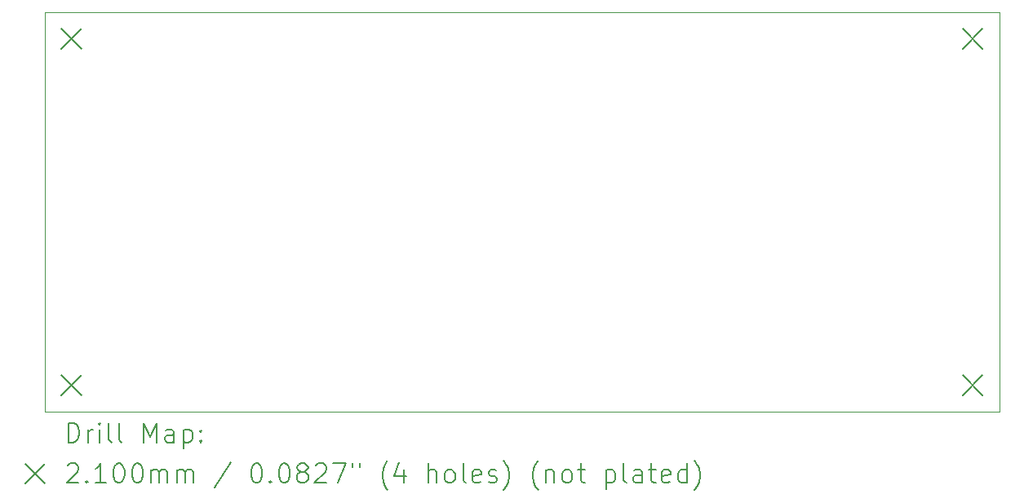
<source format=gbr>
%TF.GenerationSoftware,KiCad,Pcbnew,7.0.2-0*%
%TF.CreationDate,2024-03-04T00:44:29-08:00*%
%TF.ProjectId,EE156_4_Layer,45453135-365f-4345-9f4c-617965722e6b,rev?*%
%TF.SameCoordinates,Original*%
%TF.FileFunction,Drillmap*%
%TF.FilePolarity,Positive*%
%FSLAX45Y45*%
G04 Gerber Fmt 4.5, Leading zero omitted, Abs format (unit mm)*
G04 Created by KiCad (PCBNEW 7.0.2-0) date 2024-03-04 00:44:29*
%MOMM*%
%LPD*%
G01*
G04 APERTURE LIST*
%ADD10C,0.100000*%
%ADD11C,0.200000*%
%ADD12C,0.210000*%
G04 APERTURE END LIST*
D10*
X15500000Y-8700000D02*
X25400000Y-8700000D01*
X25400000Y-12850000D01*
X15500000Y-12850000D01*
X15500000Y-8700000D01*
D11*
D12*
X15670000Y-8870000D02*
X15880000Y-9080000D01*
X15880000Y-8870000D02*
X15670000Y-9080000D01*
X15670000Y-12470000D02*
X15880000Y-12680000D01*
X15880000Y-12470000D02*
X15670000Y-12680000D01*
X25020000Y-8870000D02*
X25230000Y-9080000D01*
X25230000Y-8870000D02*
X25020000Y-9080000D01*
X25020000Y-12470000D02*
X25230000Y-12680000D01*
X25230000Y-12470000D02*
X25020000Y-12680000D01*
D11*
X15742619Y-13167524D02*
X15742619Y-12967524D01*
X15742619Y-12967524D02*
X15790238Y-12967524D01*
X15790238Y-12967524D02*
X15818809Y-12977048D01*
X15818809Y-12977048D02*
X15837857Y-12996095D01*
X15837857Y-12996095D02*
X15847381Y-13015143D01*
X15847381Y-13015143D02*
X15856905Y-13053238D01*
X15856905Y-13053238D02*
X15856905Y-13081809D01*
X15856905Y-13081809D02*
X15847381Y-13119905D01*
X15847381Y-13119905D02*
X15837857Y-13138952D01*
X15837857Y-13138952D02*
X15818809Y-13158000D01*
X15818809Y-13158000D02*
X15790238Y-13167524D01*
X15790238Y-13167524D02*
X15742619Y-13167524D01*
X15942619Y-13167524D02*
X15942619Y-13034190D01*
X15942619Y-13072286D02*
X15952143Y-13053238D01*
X15952143Y-13053238D02*
X15961667Y-13043714D01*
X15961667Y-13043714D02*
X15980714Y-13034190D01*
X15980714Y-13034190D02*
X15999762Y-13034190D01*
X16066428Y-13167524D02*
X16066428Y-13034190D01*
X16066428Y-12967524D02*
X16056905Y-12977048D01*
X16056905Y-12977048D02*
X16066428Y-12986571D01*
X16066428Y-12986571D02*
X16075952Y-12977048D01*
X16075952Y-12977048D02*
X16066428Y-12967524D01*
X16066428Y-12967524D02*
X16066428Y-12986571D01*
X16190238Y-13167524D02*
X16171190Y-13158000D01*
X16171190Y-13158000D02*
X16161667Y-13138952D01*
X16161667Y-13138952D02*
X16161667Y-12967524D01*
X16295000Y-13167524D02*
X16275952Y-13158000D01*
X16275952Y-13158000D02*
X16266428Y-13138952D01*
X16266428Y-13138952D02*
X16266428Y-12967524D01*
X16523571Y-13167524D02*
X16523571Y-12967524D01*
X16523571Y-12967524D02*
X16590238Y-13110381D01*
X16590238Y-13110381D02*
X16656905Y-12967524D01*
X16656905Y-12967524D02*
X16656905Y-13167524D01*
X16837857Y-13167524D02*
X16837857Y-13062762D01*
X16837857Y-13062762D02*
X16828333Y-13043714D01*
X16828333Y-13043714D02*
X16809286Y-13034190D01*
X16809286Y-13034190D02*
X16771190Y-13034190D01*
X16771190Y-13034190D02*
X16752143Y-13043714D01*
X16837857Y-13158000D02*
X16818810Y-13167524D01*
X16818810Y-13167524D02*
X16771190Y-13167524D01*
X16771190Y-13167524D02*
X16752143Y-13158000D01*
X16752143Y-13158000D02*
X16742619Y-13138952D01*
X16742619Y-13138952D02*
X16742619Y-13119905D01*
X16742619Y-13119905D02*
X16752143Y-13100857D01*
X16752143Y-13100857D02*
X16771190Y-13091333D01*
X16771190Y-13091333D02*
X16818810Y-13091333D01*
X16818810Y-13091333D02*
X16837857Y-13081809D01*
X16933095Y-13034190D02*
X16933095Y-13234190D01*
X16933095Y-13043714D02*
X16952143Y-13034190D01*
X16952143Y-13034190D02*
X16990238Y-13034190D01*
X16990238Y-13034190D02*
X17009286Y-13043714D01*
X17009286Y-13043714D02*
X17018810Y-13053238D01*
X17018810Y-13053238D02*
X17028333Y-13072286D01*
X17028333Y-13072286D02*
X17028333Y-13129428D01*
X17028333Y-13129428D02*
X17018810Y-13148476D01*
X17018810Y-13148476D02*
X17009286Y-13158000D01*
X17009286Y-13158000D02*
X16990238Y-13167524D01*
X16990238Y-13167524D02*
X16952143Y-13167524D01*
X16952143Y-13167524D02*
X16933095Y-13158000D01*
X17114048Y-13148476D02*
X17123571Y-13158000D01*
X17123571Y-13158000D02*
X17114048Y-13167524D01*
X17114048Y-13167524D02*
X17104524Y-13158000D01*
X17104524Y-13158000D02*
X17114048Y-13148476D01*
X17114048Y-13148476D02*
X17114048Y-13167524D01*
X17114048Y-13043714D02*
X17123571Y-13053238D01*
X17123571Y-13053238D02*
X17114048Y-13062762D01*
X17114048Y-13062762D02*
X17104524Y-13053238D01*
X17104524Y-13053238D02*
X17114048Y-13043714D01*
X17114048Y-13043714D02*
X17114048Y-13062762D01*
X15295000Y-13395000D02*
X15495000Y-13595000D01*
X15495000Y-13395000D02*
X15295000Y-13595000D01*
X15733095Y-13406571D02*
X15742619Y-13397048D01*
X15742619Y-13397048D02*
X15761667Y-13387524D01*
X15761667Y-13387524D02*
X15809286Y-13387524D01*
X15809286Y-13387524D02*
X15828333Y-13397048D01*
X15828333Y-13397048D02*
X15837857Y-13406571D01*
X15837857Y-13406571D02*
X15847381Y-13425619D01*
X15847381Y-13425619D02*
X15847381Y-13444667D01*
X15847381Y-13444667D02*
X15837857Y-13473238D01*
X15837857Y-13473238D02*
X15723571Y-13587524D01*
X15723571Y-13587524D02*
X15847381Y-13587524D01*
X15933095Y-13568476D02*
X15942619Y-13578000D01*
X15942619Y-13578000D02*
X15933095Y-13587524D01*
X15933095Y-13587524D02*
X15923571Y-13578000D01*
X15923571Y-13578000D02*
X15933095Y-13568476D01*
X15933095Y-13568476D02*
X15933095Y-13587524D01*
X16133095Y-13587524D02*
X16018809Y-13587524D01*
X16075952Y-13587524D02*
X16075952Y-13387524D01*
X16075952Y-13387524D02*
X16056905Y-13416095D01*
X16056905Y-13416095D02*
X16037857Y-13435143D01*
X16037857Y-13435143D02*
X16018809Y-13444667D01*
X16256905Y-13387524D02*
X16275952Y-13387524D01*
X16275952Y-13387524D02*
X16295000Y-13397048D01*
X16295000Y-13397048D02*
X16304524Y-13406571D01*
X16304524Y-13406571D02*
X16314048Y-13425619D01*
X16314048Y-13425619D02*
X16323571Y-13463714D01*
X16323571Y-13463714D02*
X16323571Y-13511333D01*
X16323571Y-13511333D02*
X16314048Y-13549428D01*
X16314048Y-13549428D02*
X16304524Y-13568476D01*
X16304524Y-13568476D02*
X16295000Y-13578000D01*
X16295000Y-13578000D02*
X16275952Y-13587524D01*
X16275952Y-13587524D02*
X16256905Y-13587524D01*
X16256905Y-13587524D02*
X16237857Y-13578000D01*
X16237857Y-13578000D02*
X16228333Y-13568476D01*
X16228333Y-13568476D02*
X16218809Y-13549428D01*
X16218809Y-13549428D02*
X16209286Y-13511333D01*
X16209286Y-13511333D02*
X16209286Y-13463714D01*
X16209286Y-13463714D02*
X16218809Y-13425619D01*
X16218809Y-13425619D02*
X16228333Y-13406571D01*
X16228333Y-13406571D02*
X16237857Y-13397048D01*
X16237857Y-13397048D02*
X16256905Y-13387524D01*
X16447381Y-13387524D02*
X16466429Y-13387524D01*
X16466429Y-13387524D02*
X16485476Y-13397048D01*
X16485476Y-13397048D02*
X16495000Y-13406571D01*
X16495000Y-13406571D02*
X16504524Y-13425619D01*
X16504524Y-13425619D02*
X16514048Y-13463714D01*
X16514048Y-13463714D02*
X16514048Y-13511333D01*
X16514048Y-13511333D02*
X16504524Y-13549428D01*
X16504524Y-13549428D02*
X16495000Y-13568476D01*
X16495000Y-13568476D02*
X16485476Y-13578000D01*
X16485476Y-13578000D02*
X16466429Y-13587524D01*
X16466429Y-13587524D02*
X16447381Y-13587524D01*
X16447381Y-13587524D02*
X16428333Y-13578000D01*
X16428333Y-13578000D02*
X16418809Y-13568476D01*
X16418809Y-13568476D02*
X16409286Y-13549428D01*
X16409286Y-13549428D02*
X16399762Y-13511333D01*
X16399762Y-13511333D02*
X16399762Y-13463714D01*
X16399762Y-13463714D02*
X16409286Y-13425619D01*
X16409286Y-13425619D02*
X16418809Y-13406571D01*
X16418809Y-13406571D02*
X16428333Y-13397048D01*
X16428333Y-13397048D02*
X16447381Y-13387524D01*
X16599762Y-13587524D02*
X16599762Y-13454190D01*
X16599762Y-13473238D02*
X16609286Y-13463714D01*
X16609286Y-13463714D02*
X16628333Y-13454190D01*
X16628333Y-13454190D02*
X16656905Y-13454190D01*
X16656905Y-13454190D02*
X16675952Y-13463714D01*
X16675952Y-13463714D02*
X16685476Y-13482762D01*
X16685476Y-13482762D02*
X16685476Y-13587524D01*
X16685476Y-13482762D02*
X16695000Y-13463714D01*
X16695000Y-13463714D02*
X16714048Y-13454190D01*
X16714048Y-13454190D02*
X16742619Y-13454190D01*
X16742619Y-13454190D02*
X16761667Y-13463714D01*
X16761667Y-13463714D02*
X16771190Y-13482762D01*
X16771190Y-13482762D02*
X16771190Y-13587524D01*
X16866429Y-13587524D02*
X16866429Y-13454190D01*
X16866429Y-13473238D02*
X16875952Y-13463714D01*
X16875952Y-13463714D02*
X16895000Y-13454190D01*
X16895000Y-13454190D02*
X16923572Y-13454190D01*
X16923572Y-13454190D02*
X16942619Y-13463714D01*
X16942619Y-13463714D02*
X16952143Y-13482762D01*
X16952143Y-13482762D02*
X16952143Y-13587524D01*
X16952143Y-13482762D02*
X16961667Y-13463714D01*
X16961667Y-13463714D02*
X16980714Y-13454190D01*
X16980714Y-13454190D02*
X17009286Y-13454190D01*
X17009286Y-13454190D02*
X17028333Y-13463714D01*
X17028333Y-13463714D02*
X17037857Y-13482762D01*
X17037857Y-13482762D02*
X17037857Y-13587524D01*
X17428333Y-13378000D02*
X17256905Y-13635143D01*
X17685476Y-13387524D02*
X17704524Y-13387524D01*
X17704524Y-13387524D02*
X17723572Y-13397048D01*
X17723572Y-13397048D02*
X17733095Y-13406571D01*
X17733095Y-13406571D02*
X17742619Y-13425619D01*
X17742619Y-13425619D02*
X17752143Y-13463714D01*
X17752143Y-13463714D02*
X17752143Y-13511333D01*
X17752143Y-13511333D02*
X17742619Y-13549428D01*
X17742619Y-13549428D02*
X17733095Y-13568476D01*
X17733095Y-13568476D02*
X17723572Y-13578000D01*
X17723572Y-13578000D02*
X17704524Y-13587524D01*
X17704524Y-13587524D02*
X17685476Y-13587524D01*
X17685476Y-13587524D02*
X17666429Y-13578000D01*
X17666429Y-13578000D02*
X17656905Y-13568476D01*
X17656905Y-13568476D02*
X17647381Y-13549428D01*
X17647381Y-13549428D02*
X17637857Y-13511333D01*
X17637857Y-13511333D02*
X17637857Y-13463714D01*
X17637857Y-13463714D02*
X17647381Y-13425619D01*
X17647381Y-13425619D02*
X17656905Y-13406571D01*
X17656905Y-13406571D02*
X17666429Y-13397048D01*
X17666429Y-13397048D02*
X17685476Y-13387524D01*
X17837857Y-13568476D02*
X17847381Y-13578000D01*
X17847381Y-13578000D02*
X17837857Y-13587524D01*
X17837857Y-13587524D02*
X17828334Y-13578000D01*
X17828334Y-13578000D02*
X17837857Y-13568476D01*
X17837857Y-13568476D02*
X17837857Y-13587524D01*
X17971191Y-13387524D02*
X17990238Y-13387524D01*
X17990238Y-13387524D02*
X18009286Y-13397048D01*
X18009286Y-13397048D02*
X18018810Y-13406571D01*
X18018810Y-13406571D02*
X18028334Y-13425619D01*
X18028334Y-13425619D02*
X18037857Y-13463714D01*
X18037857Y-13463714D02*
X18037857Y-13511333D01*
X18037857Y-13511333D02*
X18028334Y-13549428D01*
X18028334Y-13549428D02*
X18018810Y-13568476D01*
X18018810Y-13568476D02*
X18009286Y-13578000D01*
X18009286Y-13578000D02*
X17990238Y-13587524D01*
X17990238Y-13587524D02*
X17971191Y-13587524D01*
X17971191Y-13587524D02*
X17952143Y-13578000D01*
X17952143Y-13578000D02*
X17942619Y-13568476D01*
X17942619Y-13568476D02*
X17933095Y-13549428D01*
X17933095Y-13549428D02*
X17923572Y-13511333D01*
X17923572Y-13511333D02*
X17923572Y-13463714D01*
X17923572Y-13463714D02*
X17933095Y-13425619D01*
X17933095Y-13425619D02*
X17942619Y-13406571D01*
X17942619Y-13406571D02*
X17952143Y-13397048D01*
X17952143Y-13397048D02*
X17971191Y-13387524D01*
X18152143Y-13473238D02*
X18133095Y-13463714D01*
X18133095Y-13463714D02*
X18123572Y-13454190D01*
X18123572Y-13454190D02*
X18114048Y-13435143D01*
X18114048Y-13435143D02*
X18114048Y-13425619D01*
X18114048Y-13425619D02*
X18123572Y-13406571D01*
X18123572Y-13406571D02*
X18133095Y-13397048D01*
X18133095Y-13397048D02*
X18152143Y-13387524D01*
X18152143Y-13387524D02*
X18190238Y-13387524D01*
X18190238Y-13387524D02*
X18209286Y-13397048D01*
X18209286Y-13397048D02*
X18218810Y-13406571D01*
X18218810Y-13406571D02*
X18228334Y-13425619D01*
X18228334Y-13425619D02*
X18228334Y-13435143D01*
X18228334Y-13435143D02*
X18218810Y-13454190D01*
X18218810Y-13454190D02*
X18209286Y-13463714D01*
X18209286Y-13463714D02*
X18190238Y-13473238D01*
X18190238Y-13473238D02*
X18152143Y-13473238D01*
X18152143Y-13473238D02*
X18133095Y-13482762D01*
X18133095Y-13482762D02*
X18123572Y-13492286D01*
X18123572Y-13492286D02*
X18114048Y-13511333D01*
X18114048Y-13511333D02*
X18114048Y-13549428D01*
X18114048Y-13549428D02*
X18123572Y-13568476D01*
X18123572Y-13568476D02*
X18133095Y-13578000D01*
X18133095Y-13578000D02*
X18152143Y-13587524D01*
X18152143Y-13587524D02*
X18190238Y-13587524D01*
X18190238Y-13587524D02*
X18209286Y-13578000D01*
X18209286Y-13578000D02*
X18218810Y-13568476D01*
X18218810Y-13568476D02*
X18228334Y-13549428D01*
X18228334Y-13549428D02*
X18228334Y-13511333D01*
X18228334Y-13511333D02*
X18218810Y-13492286D01*
X18218810Y-13492286D02*
X18209286Y-13482762D01*
X18209286Y-13482762D02*
X18190238Y-13473238D01*
X18304524Y-13406571D02*
X18314048Y-13397048D01*
X18314048Y-13397048D02*
X18333095Y-13387524D01*
X18333095Y-13387524D02*
X18380715Y-13387524D01*
X18380715Y-13387524D02*
X18399762Y-13397048D01*
X18399762Y-13397048D02*
X18409286Y-13406571D01*
X18409286Y-13406571D02*
X18418810Y-13425619D01*
X18418810Y-13425619D02*
X18418810Y-13444667D01*
X18418810Y-13444667D02*
X18409286Y-13473238D01*
X18409286Y-13473238D02*
X18295000Y-13587524D01*
X18295000Y-13587524D02*
X18418810Y-13587524D01*
X18485476Y-13387524D02*
X18618810Y-13387524D01*
X18618810Y-13387524D02*
X18533095Y-13587524D01*
X18685476Y-13387524D02*
X18685476Y-13425619D01*
X18761667Y-13387524D02*
X18761667Y-13425619D01*
X19056905Y-13663714D02*
X19047381Y-13654190D01*
X19047381Y-13654190D02*
X19028334Y-13625619D01*
X19028334Y-13625619D02*
X19018810Y-13606571D01*
X19018810Y-13606571D02*
X19009286Y-13578000D01*
X19009286Y-13578000D02*
X18999762Y-13530381D01*
X18999762Y-13530381D02*
X18999762Y-13492286D01*
X18999762Y-13492286D02*
X19009286Y-13444667D01*
X19009286Y-13444667D02*
X19018810Y-13416095D01*
X19018810Y-13416095D02*
X19028334Y-13397048D01*
X19028334Y-13397048D02*
X19047381Y-13368476D01*
X19047381Y-13368476D02*
X19056905Y-13358952D01*
X19218810Y-13454190D02*
X19218810Y-13587524D01*
X19171191Y-13378000D02*
X19123572Y-13520857D01*
X19123572Y-13520857D02*
X19247381Y-13520857D01*
X19475953Y-13587524D02*
X19475953Y-13387524D01*
X19561667Y-13587524D02*
X19561667Y-13482762D01*
X19561667Y-13482762D02*
X19552143Y-13463714D01*
X19552143Y-13463714D02*
X19533096Y-13454190D01*
X19533096Y-13454190D02*
X19504524Y-13454190D01*
X19504524Y-13454190D02*
X19485477Y-13463714D01*
X19485477Y-13463714D02*
X19475953Y-13473238D01*
X19685477Y-13587524D02*
X19666429Y-13578000D01*
X19666429Y-13578000D02*
X19656905Y-13568476D01*
X19656905Y-13568476D02*
X19647381Y-13549428D01*
X19647381Y-13549428D02*
X19647381Y-13492286D01*
X19647381Y-13492286D02*
X19656905Y-13473238D01*
X19656905Y-13473238D02*
X19666429Y-13463714D01*
X19666429Y-13463714D02*
X19685477Y-13454190D01*
X19685477Y-13454190D02*
X19714048Y-13454190D01*
X19714048Y-13454190D02*
X19733096Y-13463714D01*
X19733096Y-13463714D02*
X19742619Y-13473238D01*
X19742619Y-13473238D02*
X19752143Y-13492286D01*
X19752143Y-13492286D02*
X19752143Y-13549428D01*
X19752143Y-13549428D02*
X19742619Y-13568476D01*
X19742619Y-13568476D02*
X19733096Y-13578000D01*
X19733096Y-13578000D02*
X19714048Y-13587524D01*
X19714048Y-13587524D02*
X19685477Y-13587524D01*
X19866429Y-13587524D02*
X19847381Y-13578000D01*
X19847381Y-13578000D02*
X19837858Y-13558952D01*
X19837858Y-13558952D02*
X19837858Y-13387524D01*
X20018810Y-13578000D02*
X19999762Y-13587524D01*
X19999762Y-13587524D02*
X19961667Y-13587524D01*
X19961667Y-13587524D02*
X19942619Y-13578000D01*
X19942619Y-13578000D02*
X19933096Y-13558952D01*
X19933096Y-13558952D02*
X19933096Y-13482762D01*
X19933096Y-13482762D02*
X19942619Y-13463714D01*
X19942619Y-13463714D02*
X19961667Y-13454190D01*
X19961667Y-13454190D02*
X19999762Y-13454190D01*
X19999762Y-13454190D02*
X20018810Y-13463714D01*
X20018810Y-13463714D02*
X20028334Y-13482762D01*
X20028334Y-13482762D02*
X20028334Y-13501809D01*
X20028334Y-13501809D02*
X19933096Y-13520857D01*
X20104524Y-13578000D02*
X20123572Y-13587524D01*
X20123572Y-13587524D02*
X20161667Y-13587524D01*
X20161667Y-13587524D02*
X20180715Y-13578000D01*
X20180715Y-13578000D02*
X20190239Y-13558952D01*
X20190239Y-13558952D02*
X20190239Y-13549428D01*
X20190239Y-13549428D02*
X20180715Y-13530381D01*
X20180715Y-13530381D02*
X20161667Y-13520857D01*
X20161667Y-13520857D02*
X20133096Y-13520857D01*
X20133096Y-13520857D02*
X20114048Y-13511333D01*
X20114048Y-13511333D02*
X20104524Y-13492286D01*
X20104524Y-13492286D02*
X20104524Y-13482762D01*
X20104524Y-13482762D02*
X20114048Y-13463714D01*
X20114048Y-13463714D02*
X20133096Y-13454190D01*
X20133096Y-13454190D02*
X20161667Y-13454190D01*
X20161667Y-13454190D02*
X20180715Y-13463714D01*
X20256905Y-13663714D02*
X20266429Y-13654190D01*
X20266429Y-13654190D02*
X20285477Y-13625619D01*
X20285477Y-13625619D02*
X20295000Y-13606571D01*
X20295000Y-13606571D02*
X20304524Y-13578000D01*
X20304524Y-13578000D02*
X20314048Y-13530381D01*
X20314048Y-13530381D02*
X20314048Y-13492286D01*
X20314048Y-13492286D02*
X20304524Y-13444667D01*
X20304524Y-13444667D02*
X20295000Y-13416095D01*
X20295000Y-13416095D02*
X20285477Y-13397048D01*
X20285477Y-13397048D02*
X20266429Y-13368476D01*
X20266429Y-13368476D02*
X20256905Y-13358952D01*
X20618810Y-13663714D02*
X20609286Y-13654190D01*
X20609286Y-13654190D02*
X20590239Y-13625619D01*
X20590239Y-13625619D02*
X20580715Y-13606571D01*
X20580715Y-13606571D02*
X20571191Y-13578000D01*
X20571191Y-13578000D02*
X20561667Y-13530381D01*
X20561667Y-13530381D02*
X20561667Y-13492286D01*
X20561667Y-13492286D02*
X20571191Y-13444667D01*
X20571191Y-13444667D02*
X20580715Y-13416095D01*
X20580715Y-13416095D02*
X20590239Y-13397048D01*
X20590239Y-13397048D02*
X20609286Y-13368476D01*
X20609286Y-13368476D02*
X20618810Y-13358952D01*
X20695000Y-13454190D02*
X20695000Y-13587524D01*
X20695000Y-13473238D02*
X20704524Y-13463714D01*
X20704524Y-13463714D02*
X20723572Y-13454190D01*
X20723572Y-13454190D02*
X20752143Y-13454190D01*
X20752143Y-13454190D02*
X20771191Y-13463714D01*
X20771191Y-13463714D02*
X20780715Y-13482762D01*
X20780715Y-13482762D02*
X20780715Y-13587524D01*
X20904524Y-13587524D02*
X20885477Y-13578000D01*
X20885477Y-13578000D02*
X20875953Y-13568476D01*
X20875953Y-13568476D02*
X20866429Y-13549428D01*
X20866429Y-13549428D02*
X20866429Y-13492286D01*
X20866429Y-13492286D02*
X20875953Y-13473238D01*
X20875953Y-13473238D02*
X20885477Y-13463714D01*
X20885477Y-13463714D02*
X20904524Y-13454190D01*
X20904524Y-13454190D02*
X20933096Y-13454190D01*
X20933096Y-13454190D02*
X20952143Y-13463714D01*
X20952143Y-13463714D02*
X20961667Y-13473238D01*
X20961667Y-13473238D02*
X20971191Y-13492286D01*
X20971191Y-13492286D02*
X20971191Y-13549428D01*
X20971191Y-13549428D02*
X20961667Y-13568476D01*
X20961667Y-13568476D02*
X20952143Y-13578000D01*
X20952143Y-13578000D02*
X20933096Y-13587524D01*
X20933096Y-13587524D02*
X20904524Y-13587524D01*
X21028334Y-13454190D02*
X21104524Y-13454190D01*
X21056905Y-13387524D02*
X21056905Y-13558952D01*
X21056905Y-13558952D02*
X21066429Y-13578000D01*
X21066429Y-13578000D02*
X21085477Y-13587524D01*
X21085477Y-13587524D02*
X21104524Y-13587524D01*
X21323572Y-13454190D02*
X21323572Y-13654190D01*
X21323572Y-13463714D02*
X21342620Y-13454190D01*
X21342620Y-13454190D02*
X21380715Y-13454190D01*
X21380715Y-13454190D02*
X21399762Y-13463714D01*
X21399762Y-13463714D02*
X21409286Y-13473238D01*
X21409286Y-13473238D02*
X21418810Y-13492286D01*
X21418810Y-13492286D02*
X21418810Y-13549428D01*
X21418810Y-13549428D02*
X21409286Y-13568476D01*
X21409286Y-13568476D02*
X21399762Y-13578000D01*
X21399762Y-13578000D02*
X21380715Y-13587524D01*
X21380715Y-13587524D02*
X21342620Y-13587524D01*
X21342620Y-13587524D02*
X21323572Y-13578000D01*
X21533096Y-13587524D02*
X21514048Y-13578000D01*
X21514048Y-13578000D02*
X21504524Y-13558952D01*
X21504524Y-13558952D02*
X21504524Y-13387524D01*
X21695001Y-13587524D02*
X21695001Y-13482762D01*
X21695001Y-13482762D02*
X21685477Y-13463714D01*
X21685477Y-13463714D02*
X21666429Y-13454190D01*
X21666429Y-13454190D02*
X21628334Y-13454190D01*
X21628334Y-13454190D02*
X21609286Y-13463714D01*
X21695001Y-13578000D02*
X21675953Y-13587524D01*
X21675953Y-13587524D02*
X21628334Y-13587524D01*
X21628334Y-13587524D02*
X21609286Y-13578000D01*
X21609286Y-13578000D02*
X21599762Y-13558952D01*
X21599762Y-13558952D02*
X21599762Y-13539905D01*
X21599762Y-13539905D02*
X21609286Y-13520857D01*
X21609286Y-13520857D02*
X21628334Y-13511333D01*
X21628334Y-13511333D02*
X21675953Y-13511333D01*
X21675953Y-13511333D02*
X21695001Y-13501809D01*
X21761667Y-13454190D02*
X21837858Y-13454190D01*
X21790239Y-13387524D02*
X21790239Y-13558952D01*
X21790239Y-13558952D02*
X21799762Y-13578000D01*
X21799762Y-13578000D02*
X21818810Y-13587524D01*
X21818810Y-13587524D02*
X21837858Y-13587524D01*
X21980715Y-13578000D02*
X21961667Y-13587524D01*
X21961667Y-13587524D02*
X21923572Y-13587524D01*
X21923572Y-13587524D02*
X21904524Y-13578000D01*
X21904524Y-13578000D02*
X21895001Y-13558952D01*
X21895001Y-13558952D02*
X21895001Y-13482762D01*
X21895001Y-13482762D02*
X21904524Y-13463714D01*
X21904524Y-13463714D02*
X21923572Y-13454190D01*
X21923572Y-13454190D02*
X21961667Y-13454190D01*
X21961667Y-13454190D02*
X21980715Y-13463714D01*
X21980715Y-13463714D02*
X21990239Y-13482762D01*
X21990239Y-13482762D02*
X21990239Y-13501809D01*
X21990239Y-13501809D02*
X21895001Y-13520857D01*
X22161667Y-13587524D02*
X22161667Y-13387524D01*
X22161667Y-13578000D02*
X22142620Y-13587524D01*
X22142620Y-13587524D02*
X22104524Y-13587524D01*
X22104524Y-13587524D02*
X22085477Y-13578000D01*
X22085477Y-13578000D02*
X22075953Y-13568476D01*
X22075953Y-13568476D02*
X22066429Y-13549428D01*
X22066429Y-13549428D02*
X22066429Y-13492286D01*
X22066429Y-13492286D02*
X22075953Y-13473238D01*
X22075953Y-13473238D02*
X22085477Y-13463714D01*
X22085477Y-13463714D02*
X22104524Y-13454190D01*
X22104524Y-13454190D02*
X22142620Y-13454190D01*
X22142620Y-13454190D02*
X22161667Y-13463714D01*
X22237858Y-13663714D02*
X22247382Y-13654190D01*
X22247382Y-13654190D02*
X22266429Y-13625619D01*
X22266429Y-13625619D02*
X22275953Y-13606571D01*
X22275953Y-13606571D02*
X22285477Y-13578000D01*
X22285477Y-13578000D02*
X22295001Y-13530381D01*
X22295001Y-13530381D02*
X22295001Y-13492286D01*
X22295001Y-13492286D02*
X22285477Y-13444667D01*
X22285477Y-13444667D02*
X22275953Y-13416095D01*
X22275953Y-13416095D02*
X22266429Y-13397048D01*
X22266429Y-13397048D02*
X22247382Y-13368476D01*
X22247382Y-13368476D02*
X22237858Y-13358952D01*
M02*

</source>
